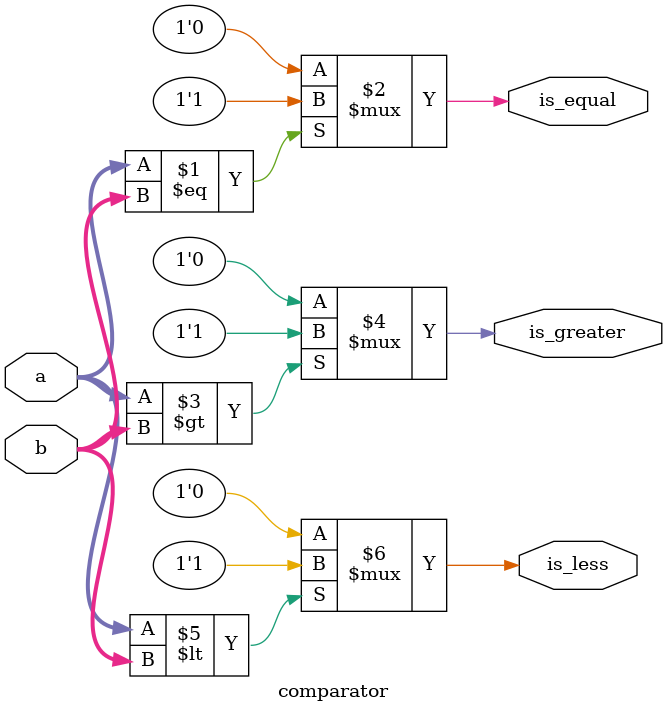
<source format=v>
`timescale 1ns / 1ps

module comparator(is_greater,is_equal,is_less,a,b);
parameter WIDTH=8;

output is_greater,is_equal,is_less;
input [WIDTH-1:0] a,b;

assign is_equal = (a == b) ? 1'b1 : 1'b0;
assign is_greater = (a > b) ? 1'b1 : 1'b0;
assign is_less = (a < b) ? 1'b1 : 1'b0;

endmodule

</source>
